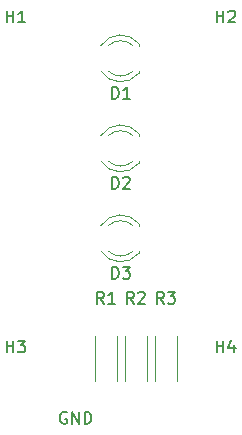
<source format=gbr>
%TF.GenerationSoftware,KiCad,Pcbnew,(6.0.9)*%
%TF.CreationDate,2022-12-01T08:12:18+00:00*%
%TF.ProjectId,Traffic Light,54726166-6669-4632-904c-696768742e6b,rev?*%
%TF.SameCoordinates,Original*%
%TF.FileFunction,Legend,Top*%
%TF.FilePolarity,Positive*%
%FSLAX46Y46*%
G04 Gerber Fmt 4.6, Leading zero omitted, Abs format (unit mm)*
G04 Created by KiCad (PCBNEW (6.0.9)) date 2022-12-01 08:12:18*
%MOMM*%
%LPD*%
G01*
G04 APERTURE LIST*
%ADD10C,0.150000*%
%ADD11C,0.120000*%
G04 APERTURE END LIST*
D10*
X151638095Y-106180000D02*
X151542857Y-106132380D01*
X151400000Y-106132380D01*
X151257142Y-106180000D01*
X151161904Y-106275238D01*
X151114285Y-106370476D01*
X151066666Y-106560952D01*
X151066666Y-106703809D01*
X151114285Y-106894285D01*
X151161904Y-106989523D01*
X151257142Y-107084761D01*
X151400000Y-107132380D01*
X151495238Y-107132380D01*
X151638095Y-107084761D01*
X151685714Y-107037142D01*
X151685714Y-106703809D01*
X151495238Y-106703809D01*
X152114285Y-107132380D02*
X152114285Y-106132380D01*
X152685714Y-107132380D01*
X152685714Y-106132380D01*
X153161904Y-107132380D02*
X153161904Y-106132380D01*
X153400000Y-106132380D01*
X153542857Y-106180000D01*
X153638095Y-106275238D01*
X153685714Y-106370476D01*
X153733333Y-106560952D01*
X153733333Y-106703809D01*
X153685714Y-106894285D01*
X153638095Y-106989523D01*
X153542857Y-107084761D01*
X153400000Y-107132380D01*
X153161904Y-107132380D01*
%TO.C,D2*%
X155471904Y-87232380D02*
X155471904Y-86232380D01*
X155710000Y-86232380D01*
X155852857Y-86280000D01*
X155948095Y-86375238D01*
X155995714Y-86470476D01*
X156043333Y-86660952D01*
X156043333Y-86803809D01*
X155995714Y-86994285D01*
X155948095Y-87089523D01*
X155852857Y-87184761D01*
X155710000Y-87232380D01*
X155471904Y-87232380D01*
X156424285Y-86327619D02*
X156471904Y-86280000D01*
X156567142Y-86232380D01*
X156805238Y-86232380D01*
X156900476Y-86280000D01*
X156948095Y-86327619D01*
X156995714Y-86422857D01*
X156995714Y-86518095D01*
X156948095Y-86660952D01*
X156376666Y-87232380D01*
X156995714Y-87232380D01*
%TO.C,R1*%
X154773333Y-96972380D02*
X154440000Y-96496190D01*
X154201904Y-96972380D02*
X154201904Y-95972380D01*
X154582857Y-95972380D01*
X154678095Y-96020000D01*
X154725714Y-96067619D01*
X154773333Y-96162857D01*
X154773333Y-96305714D01*
X154725714Y-96400952D01*
X154678095Y-96448571D01*
X154582857Y-96496190D01*
X154201904Y-96496190D01*
X155725714Y-96972380D02*
X155154285Y-96972380D01*
X155440000Y-96972380D02*
X155440000Y-95972380D01*
X155344761Y-96115238D01*
X155249523Y-96210476D01*
X155154285Y-96258095D01*
%TO.C,H2*%
X164338095Y-73152380D02*
X164338095Y-72152380D01*
X164338095Y-72628571D02*
X164909523Y-72628571D01*
X164909523Y-73152380D02*
X164909523Y-72152380D01*
X165338095Y-72247619D02*
X165385714Y-72200000D01*
X165480952Y-72152380D01*
X165719047Y-72152380D01*
X165814285Y-72200000D01*
X165861904Y-72247619D01*
X165909523Y-72342857D01*
X165909523Y-72438095D01*
X165861904Y-72580952D01*
X165290476Y-73152380D01*
X165909523Y-73152380D01*
%TO.C,D3*%
X155471904Y-94852380D02*
X155471904Y-93852380D01*
X155710000Y-93852380D01*
X155852857Y-93900000D01*
X155948095Y-93995238D01*
X155995714Y-94090476D01*
X156043333Y-94280952D01*
X156043333Y-94423809D01*
X155995714Y-94614285D01*
X155948095Y-94709523D01*
X155852857Y-94804761D01*
X155710000Y-94852380D01*
X155471904Y-94852380D01*
X156376666Y-93852380D02*
X156995714Y-93852380D01*
X156662380Y-94233333D01*
X156805238Y-94233333D01*
X156900476Y-94280952D01*
X156948095Y-94328571D01*
X156995714Y-94423809D01*
X156995714Y-94661904D01*
X156948095Y-94757142D01*
X156900476Y-94804761D01*
X156805238Y-94852380D01*
X156519523Y-94852380D01*
X156424285Y-94804761D01*
X156376666Y-94757142D01*
%TO.C,H3*%
X146558095Y-101092380D02*
X146558095Y-100092380D01*
X146558095Y-100568571D02*
X147129523Y-100568571D01*
X147129523Y-101092380D02*
X147129523Y-100092380D01*
X147510476Y-100092380D02*
X148129523Y-100092380D01*
X147796190Y-100473333D01*
X147939047Y-100473333D01*
X148034285Y-100520952D01*
X148081904Y-100568571D01*
X148129523Y-100663809D01*
X148129523Y-100901904D01*
X148081904Y-100997142D01*
X148034285Y-101044761D01*
X147939047Y-101092380D01*
X147653333Y-101092380D01*
X147558095Y-101044761D01*
X147510476Y-100997142D01*
%TO.C,R3*%
X159853333Y-96972380D02*
X159520000Y-96496190D01*
X159281904Y-96972380D02*
X159281904Y-95972380D01*
X159662857Y-95972380D01*
X159758095Y-96020000D01*
X159805714Y-96067619D01*
X159853333Y-96162857D01*
X159853333Y-96305714D01*
X159805714Y-96400952D01*
X159758095Y-96448571D01*
X159662857Y-96496190D01*
X159281904Y-96496190D01*
X160186666Y-95972380D02*
X160805714Y-95972380D01*
X160472380Y-96353333D01*
X160615238Y-96353333D01*
X160710476Y-96400952D01*
X160758095Y-96448571D01*
X160805714Y-96543809D01*
X160805714Y-96781904D01*
X160758095Y-96877142D01*
X160710476Y-96924761D01*
X160615238Y-96972380D01*
X160329523Y-96972380D01*
X160234285Y-96924761D01*
X160186666Y-96877142D01*
%TO.C,H1*%
X146558095Y-73152380D02*
X146558095Y-72152380D01*
X146558095Y-72628571D02*
X147129523Y-72628571D01*
X147129523Y-73152380D02*
X147129523Y-72152380D01*
X148129523Y-73152380D02*
X147558095Y-73152380D01*
X147843809Y-73152380D02*
X147843809Y-72152380D01*
X147748571Y-72295238D01*
X147653333Y-72390476D01*
X147558095Y-72438095D01*
%TO.C,D1*%
X155471904Y-79612380D02*
X155471904Y-78612380D01*
X155710000Y-78612380D01*
X155852857Y-78660000D01*
X155948095Y-78755238D01*
X155995714Y-78850476D01*
X156043333Y-79040952D01*
X156043333Y-79183809D01*
X155995714Y-79374285D01*
X155948095Y-79469523D01*
X155852857Y-79564761D01*
X155710000Y-79612380D01*
X155471904Y-79612380D01*
X156995714Y-79612380D02*
X156424285Y-79612380D01*
X156710000Y-79612380D02*
X156710000Y-78612380D01*
X156614761Y-78755238D01*
X156519523Y-78850476D01*
X156424285Y-78898095D01*
%TO.C,R2*%
X157313333Y-96972380D02*
X156980000Y-96496190D01*
X156741904Y-96972380D02*
X156741904Y-95972380D01*
X157122857Y-95972380D01*
X157218095Y-96020000D01*
X157265714Y-96067619D01*
X157313333Y-96162857D01*
X157313333Y-96305714D01*
X157265714Y-96400952D01*
X157218095Y-96448571D01*
X157122857Y-96496190D01*
X156741904Y-96496190D01*
X157694285Y-96067619D02*
X157741904Y-96020000D01*
X157837142Y-95972380D01*
X158075238Y-95972380D01*
X158170476Y-96020000D01*
X158218095Y-96067619D01*
X158265714Y-96162857D01*
X158265714Y-96258095D01*
X158218095Y-96400952D01*
X157646666Y-96972380D01*
X158265714Y-96972380D01*
%TO.C,H4*%
X164338095Y-101092380D02*
X164338095Y-100092380D01*
X164338095Y-100568571D02*
X164909523Y-100568571D01*
X164909523Y-101092380D02*
X164909523Y-100092380D01*
X165814285Y-100425714D02*
X165814285Y-101092380D01*
X165576190Y-100044761D02*
X165338095Y-100759047D01*
X165957142Y-100759047D01*
D11*
%TO.C,D2*%
X157770000Y-82740000D02*
X157770000Y-82584000D01*
X157770000Y-85056000D02*
X157770000Y-84900000D01*
X154537665Y-84898608D02*
G75*
G03*
X157770000Y-85055516I1672335J1078608D01*
G01*
X155168870Y-84899837D02*
G75*
G03*
X157250961Y-84900000I1041130J1079837D01*
G01*
X157250961Y-82740000D02*
G75*
G03*
X155168870Y-82740163I-1040961J-1080000D01*
G01*
X157770000Y-82584484D02*
G75*
G03*
X154537665Y-82741392I-1560000J-1235516D01*
G01*
%TO.C,R1*%
X154020000Y-99680000D02*
X154020000Y-103520000D01*
X155860000Y-99680000D02*
X155860000Y-103520000D01*
%TO.C,D3*%
X157770000Y-90360000D02*
X157770000Y-90204000D01*
X157770000Y-92676000D02*
X157770000Y-92520000D01*
X154537665Y-92518608D02*
G75*
G03*
X157770000Y-92675516I1672335J1078608D01*
G01*
X155168870Y-92519837D02*
G75*
G03*
X157250961Y-92520000I1041130J1079837D01*
G01*
X157250961Y-90360000D02*
G75*
G03*
X155168870Y-90360163I-1040961J-1080000D01*
G01*
X157770000Y-90204484D02*
G75*
G03*
X154537665Y-90361392I-1560000J-1235516D01*
G01*
%TO.C,R3*%
X160940000Y-99680000D02*
X160940000Y-103520000D01*
X159100000Y-99680000D02*
X159100000Y-103520000D01*
%TO.C,D1*%
X157770000Y-75120000D02*
X157770000Y-74964000D01*
X157770000Y-77436000D02*
X157770000Y-77280000D01*
X154537665Y-77278608D02*
G75*
G03*
X157770000Y-77435516I1672335J1078608D01*
G01*
X155168870Y-77279837D02*
G75*
G03*
X157250961Y-77280000I1041130J1079837D01*
G01*
X157770000Y-74964484D02*
G75*
G03*
X154537665Y-75121392I-1560000J-1235516D01*
G01*
X157250961Y-75120000D02*
G75*
G03*
X155168870Y-75120163I-1040961J-1080000D01*
G01*
%TO.C,R2*%
X158400000Y-99680000D02*
X158400000Y-103520000D01*
X156560000Y-99680000D02*
X156560000Y-103520000D01*
%TD*%
M02*

</source>
